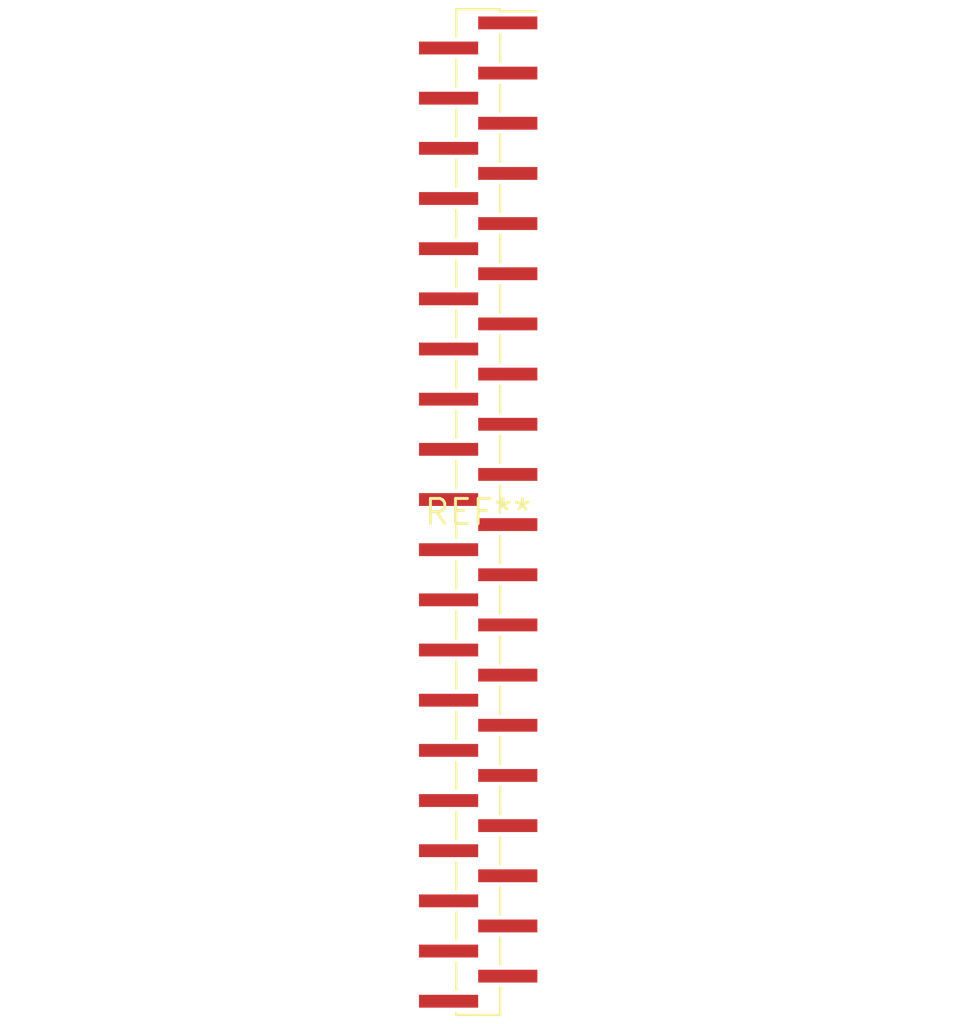
<source format=kicad_pcb>
(kicad_pcb (version 20240108) (generator pcbnew)
  (layers (0 "F.Cu" signal) (31 "B.Cu" signal) (34 "B.Paste" user) (35 "F.Paste" user) (36 "B.SilkS" user "B.Silkscreen") (37 "F.SilkS" user "F.Silkscreen") (38 "B.Mask" user) (39 "F.Mask" user) (44 "Edge.Cuts" user))
  (net 0 "")
  (footprint "PinHeader_1x40_P1.27mm_Vertical_SMD_Pin1Right" (layer "F.Cu") (at 0 0)
    (property "Reference" "REF**")
    (property "Value" "PinHeader_1x40_P1.27mm_Vertical_SMD_Pin1Right")
    (fp_line (start -1.11 -25.46) (end 1.11 -25.46) (layer "F.SilkS") (stroke (width 0.12)))
    (fp_line (start -1.11 -25.45) (end -1.11 -24.08) (layer "F.SilkS") (stroke (width 0.12)))
    (fp_line (start -1.11 -22.91) (end -1.11 -21.54) (layer "F.SilkS") (stroke (width 0.12)))
    (fp_line (start -1.11 -20.37) (end -1.11 -19) (layer "F.SilkS") (stroke (width 0.12)))
    (fp_line (start -1.11 -17.83) (end -1.11 -16.46) (layer "F.SilkS") (stroke (width 0.12)))
    (fp_line (start -1.11 -15.29) (end -1.11 -13.92) (layer "F.SilkS") (stroke (width 0.12)))
    (fp_line (start -1.11 -12.75) (end -1.11 -11.38) (layer "F.SilkS") (stroke (width 0.12)))
    (fp_line (start -1.11 -10.21) (end -1.11 -8.84) (layer "F.SilkS") (stroke (width 0.12)))
    (fp_line (start -1.11 -7.67) (end -1.11 -6.3) (layer "F.SilkS") (stroke (width 0.12)))
    (fp_line (start -1.11 -5.13) (end -1.11 -3.76) (layer "F.SilkS") (stroke (width 0.12)))
    (fp_line (start -1.11 -2.59) (end -1.11 -1.22) (layer "F.SilkS") (stroke (width 0.12)))
    (fp_line (start -1.11 -0.05) (end -1.11 1.32) (layer "F.SilkS") (stroke (width 0.12)))
    (fp_line (start -1.11 2.49) (end -1.11 3.86) (layer "F.SilkS") (stroke (width 0.12)))
    (fp_line (start -1.11 5.03) (end -1.11 6.4) (layer "F.SilkS") (stroke (width 0.12)))
    (fp_line (start -1.11 7.57) (end -1.11 8.94) (layer "F.SilkS") (stroke (width 0.12)))
    (fp_line (start -1.11 10.11) (end -1.11 11.48) (layer "F.SilkS") (stroke (width 0.12)))
    (fp_line (start -1.11 12.65) (end -1.11 14.02) (layer "F.SilkS") (stroke (width 0.12)))
    (fp_line (start -1.11 15.19) (end -1.11 16.56) (layer "F.SilkS") (stroke (width 0.12)))
    (fp_line (start -1.11 17.73) (end -1.11 19.1) (layer "F.SilkS") (stroke (width 0.12)))
    (fp_line (start -1.11 20.27) (end -1.11 21.64) (layer "F.SilkS") (stroke (width 0.12)))
    (fp_line (start -1.11 22.81) (end -1.11 24.18) (layer "F.SilkS") (stroke (width 0.12)))
    (fp_line (start -1.11 25.35) (end -1.11 25.46) (layer "F.SilkS") (stroke (width 0.12)))
    (fp_line (start -1.11 25.46) (end 1.11 25.46) (layer "F.SilkS") (stroke (width 0.12)))
    (fp_line (start 1.11 -25.46) (end 1.11 -25.35) (layer "F.SilkS") (stroke (width 0.12)))
    (fp_line (start 1.11 -25.35) (end 2.94 -25.35) (layer "F.SilkS") (stroke (width 0.12)))
    (fp_line (start 1.11 -24.18) (end 1.11 -22.81) (layer "F.SilkS") (stroke (width 0.12)))
    (fp_line (start 1.11 -21.64) (end 1.11 -20.27) (layer "F.SilkS") (stroke (width 0.12)))
    (fp_line (start 1.11 -19.1) (end 1.11 -17.73) (layer "F.SilkS") (stroke (width 0.12)))
    (fp_line (start 1.11 -16.56) (end 1.11 -15.19) (layer "F.SilkS") (stroke (width 0.12)))
    (fp_line (start 1.11 -14.02) (end 1.11 -12.65) (layer "F.SilkS") (stroke (width 0.12)))
    (fp_line (start 1.11 -11.48) (end 1.11 -10.11) (layer "F.SilkS") (stroke (width 0.12)))
    (fp_line (start 1.11 -8.94) (end 1.11 -7.57) (layer "F.SilkS") (stroke (width 0.12)))
    (fp_line (start 1.11 -6.4) (end 1.11 -5.03) (layer "F.SilkS") (stroke (width 0.12)))
    (fp_line (start 1.11 -3.86) (end 1.11 -2.49) (layer "F.SilkS") (stroke (width 0.12)))
    (fp_line (start 1.11 -1.32) (end 1.11 0.05) (layer "F.SilkS") (stroke (width 0.12)))
    (fp_line (start 1.11 1.22) (end 1.11 2.59) (layer "F.SilkS") (stroke (width 0.12)))
    (fp_line (start 1.11 3.76) (end 1.11 5.13) (layer "F.SilkS") (stroke (width 0.12)))
    (fp_line (start 1.11 6.3) (end 1.11 7.67) (layer "F.SilkS") (stroke (width 0.12)))
    (fp_line (start 1.11 8.84) (end 1.11 10.21) (layer "F.SilkS") (stroke (width 0.12)))
    (fp_line (start 1.11 11.38) (end 1.11 12.75) (layer "F.SilkS") (stroke (width 0.12)))
    (fp_line (start 1.11 13.92) (end 1.11 15.29) (layer "F.SilkS") (stroke (width 0.12)))
    (fp_line (start 1.11 16.46) (end 1.11 17.83) (layer "F.SilkS") (stroke (width 0.12)))
    (fp_line (start 1.11 19) (end 1.11 20.37) (layer "F.SilkS") (stroke (width 0.12)))
    (fp_line (start 1.11 21.54) (end 1.11 22.91) (layer "F.SilkS") (stroke (width 0.12)))
    (fp_line (start 1.11 24.08) (end 1.11 25.45) (layer "F.SilkS") (stroke (width 0.12)))
    (pad "1" smd rect (at 1.5 -24.765) (size 3 0.65) (layers "F.Cu" "F.Paste" "F.Mask"))
    (pad "2" smd rect (at -1.5 -23.495) (size 3 0.65) (layers "F.Cu" "F.Paste" "F.Mask"))
    (pad "3" smd rect (at 1.5 -22.225) (size 3 0.65) (layers "F.Cu" "F.Paste" "F.Mask"))
    (pad "4" smd rect (at -1.5 -20.955) (size 3 0.65) (layers "F.Cu" "F.Paste" "F.Mask"))
    (pad "5" smd rect (at 1.5 -19.685) (size 3 0.65) (layers "F.Cu" "F.Paste" "F.Mask"))
    (pad "6" smd rect (at -1.5 -18.415) (size 3 0.65) (layers "F.Cu" "F.Paste" "F.Mask"))
    (pad "7" smd rect (at 1.5 -17.145) (size 3 0.65) (layers "F.Cu" "F.Paste" "F.Mask"))
    (pad "8" smd rect (at -1.5 -15.875) (size 3 0.65) (layers "F.Cu" "F.Paste" "F.Mask"))
    (pad "9" smd rect (at 1.5 -14.605) (size 3 0.65) (layers "F.Cu" "F.Paste" "F.Mask"))
    (pad "10" smd rect (at -1.5 -13.335) (size 3 0.65) (layers "F.Cu" "F.Paste" "F.Mask"))
    (pad "11" smd rect (at 1.5 -12.065) (size 3 0.65) (layers "F.Cu" "F.Paste" "F.Mask"))
    (pad "12" smd rect (at -1.5 -10.795) (size 3 0.65) (layers "F.Cu" "F.Paste" "F.Mask"))
    (pad "13" smd rect (at 1.5 -9.525) (size 3 0.65) (layers "F.Cu" "F.Paste" "F.Mask"))
    (pad "14" smd rect (at -1.5 -8.255) (size 3 0.65) (layers "F.Cu" "F.Paste" "F.Mask"))
    (pad "15" smd rect (at 1.5 -6.985) (size 3 0.65) (layers "F.Cu" "F.Paste" "F.Mask"))
    (pad "16" smd rect (at -1.5 -5.715) (size 3 0.65) (layers "F.Cu" "F.Paste" "F.Mask"))
    (pad "17" smd rect (at 1.5 -4.445) (size 3 0.65) (layers "F.Cu" "F.Paste" "F.Mask"))
    (pad "18" smd rect (at -1.5 -3.175) (size 3 0.65) (layers "F.Cu" "F.Paste" "F.Mask"))
    (pad "19" smd rect (at 1.5 -1.905) (size 3 0.65) (layers "F.Cu" "F.Paste" "F.Mask"))
    (pad "20" smd rect (at -1.5 -0.635) (size 3 0.65) (layers "F.Cu" "F.Paste" "F.Mask"))
    (pad "21" smd rect (at 1.5 0.635) (size 3 0.65) (layers "F.Cu" "F.Paste" "F.Mask"))
    (pad "22" smd rect (at -1.5 1.905) (size 3 0.65) (layers "F.Cu" "F.Paste" "F.Mask"))
    (pad "23" smd rect (at 1.5 3.175) (size 3 0.65) (layers "F.Cu" "F.Paste" "F.Mask"))
    (pad "24" smd rect (at -1.5 4.445) (size 3 0.65) (layers "F.Cu" "F.Paste" "F.Mask"))
    (pad "25" smd rect (at 1.5 5.715) (size 3 0.65) (layers "F.Cu" "F.Paste" "F.Mask"))
    (pad "26" smd rect (at -1.5 6.985) (size 3 0.65) (layers "F.Cu" "F.Paste" "F.Mask"))
    (pad "27" smd rect (at 1.5 8.255) (size 3 0.65) (layers "F.Cu" "F.Paste" "F.Mask"))
    (pad "28" smd rect (at -1.5 9.525) (size 3 0.65) (layers "F.Cu" "F.Paste" "F.Mask"))
    (pad "29" smd rect (at 1.5 10.795) (size 3 0.65) (layers "F.Cu" "F.Paste" "F.Mask"))
    (pad "30" smd rect (at -1.5 12.065) (size 3 0.65) (layers "F.Cu" "F.Paste" "F.Mask"))
    (pad "31" smd rect (at 1.5 13.335) (size 3 0.65) (layers "F.Cu" "F.Paste" "F.Mask"))
    (pad "32" smd rect (at -1.5 14.605) (size 3 0.65) (layers "F.Cu" "F.Paste" "F.Mask"))
    (pad "33" smd rect (at 1.5 15.875) (size 3 0.65) (layers "F.Cu" "F.Paste" "F.Mask"))
    (pad "34" smd rect (at -1.5 17.145) (size 3 0.65) (layers "F.Cu" "F.Paste" "F.Mask"))
    (pad "35" smd rect (at 1.5 18.415) (size 3 0.65) (layers "F.Cu" "F.Paste" "F.Mask"))
    (pad "36" smd rect (at -1.5 19.685) (size 3 0.65) (layers "F.Cu" "F.Paste" "F.Mask"))
    (pad "37" smd rect (at 1.5 20.955) (size 3 0.65) (layers "F.Cu" "F.Paste" "F.Mask"))
    (pad "38" smd rect (at -1.5 22.225) (size 3 0.65) (layers "F.Cu" "F.Paste" "F.Mask"))
    (pad "39" smd rect (at 1.5 23.495) (size 3 0.65) (layers "F.Cu" "F.Paste" "F.Mask"))
    (pad "40" smd rect (at -1.5 24.765) (size 3 0.65) (layers "F.Cu" "F.Paste" "F.Mask"))
  )
)
</source>
